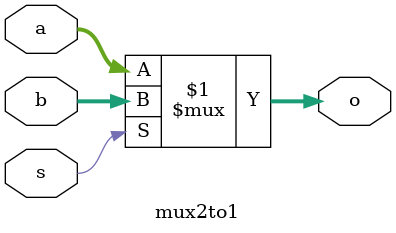
<source format=sv>
module mux2to1
	#(parameter DW=4)
	(input logic [DW-1:0] a, b,
	 input 	s,
	 output logic[DW-1:0] o);

//Nets and variables declaration

assign o = s?b:a;

endmodule
	
</source>
